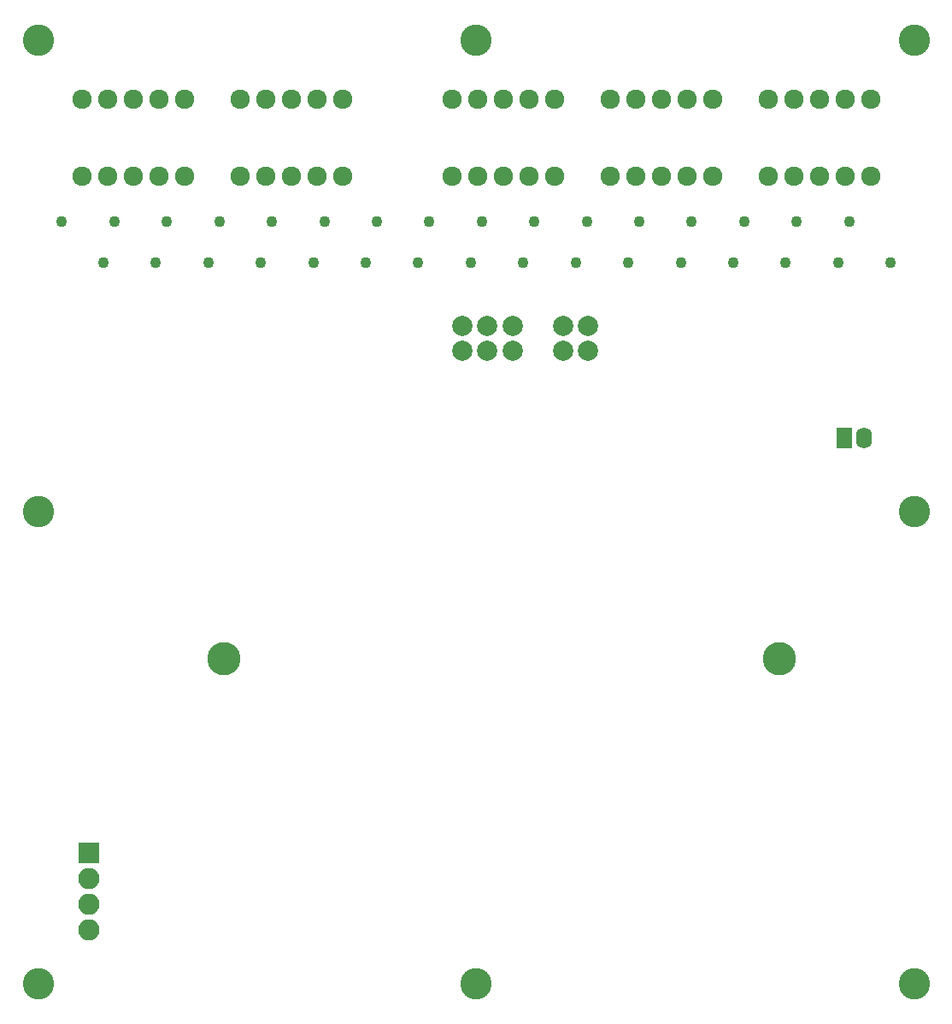
<source format=gbr>
G04 #@! TF.FileFunction,Soldermask,Bot*
%FSLAX46Y46*%
G04 Gerber Fmt 4.6, Leading zero omitted, Abs format (unit mm)*
G04 Created by KiCad (PCBNEW 4.0.7) date Friday, July 13, 2018 'AMt' 11:01:13 AM*
%MOMM*%
%LPD*%
G01*
G04 APERTURE LIST*
%ADD10C,0.100000*%
%ADD11C,3.100000*%
%ADD12C,3.300000*%
%ADD13C,1.100000*%
%ADD14C,1.924000*%
%ADD15R,2.100000X2.100000*%
%ADD16O,2.100000X2.100000*%
%ADD17C,2.000000*%
%ADD18R,1.600000X2.100000*%
%ADD19O,1.600000X2.100000*%
G04 APERTURE END LIST*
D10*
D11*
X56610000Y-100000000D03*
X56610000Y-146720000D03*
X100000000Y-146720000D03*
X143390000Y-146720000D03*
X143390000Y-100000000D03*
X143390000Y-53280000D03*
X100000000Y-53280000D03*
D12*
X75000000Y-114570000D03*
X130000000Y-114570000D03*
D13*
X121350000Y-71230000D03*
X125450000Y-75330000D03*
X100550000Y-71230000D03*
X104650000Y-75330000D03*
X79750000Y-71230000D03*
X83850000Y-75330000D03*
X58950000Y-71230000D03*
X63050000Y-75330000D03*
X126550000Y-71230000D03*
X130650000Y-75330000D03*
X105750000Y-71230000D03*
X109850000Y-75330000D03*
X84950000Y-71230000D03*
X89050000Y-75330000D03*
X64150000Y-71230000D03*
X68250000Y-75330000D03*
X131750000Y-71230000D03*
X135850000Y-75330000D03*
X110950000Y-71230000D03*
X115050000Y-75330000D03*
X90150000Y-71230000D03*
X94250000Y-75330000D03*
X69350000Y-71230000D03*
X73450000Y-75330000D03*
X136950000Y-71230000D03*
X141050000Y-75330000D03*
X116150000Y-71230000D03*
X120250000Y-75330000D03*
X95350000Y-71230000D03*
X99450000Y-75330000D03*
X74550000Y-71230000D03*
X78650000Y-75330000D03*
D14*
X60920000Y-66740000D03*
X63460000Y-66740000D03*
X66000000Y-66740000D03*
X68540000Y-66740000D03*
X71080000Y-66740000D03*
X71080000Y-59120000D03*
X68540000Y-59120000D03*
X66000000Y-59120000D03*
X63460000Y-59120000D03*
X60920000Y-59120000D03*
X76590000Y-66740000D03*
X79130000Y-66740000D03*
X81670000Y-66740000D03*
X84210000Y-66740000D03*
X86750000Y-66740000D03*
X86750000Y-59120000D03*
X84210000Y-59120000D03*
X81670000Y-59120000D03*
X79130000Y-59120000D03*
X76590000Y-59120000D03*
X97580000Y-66740000D03*
X100120000Y-66740000D03*
X102660000Y-66740000D03*
X105200000Y-66740000D03*
X107740000Y-66740000D03*
X107740000Y-59120000D03*
X105200000Y-59120000D03*
X102660000Y-59120000D03*
X100120000Y-59120000D03*
X97580000Y-59120000D03*
X113250000Y-66740000D03*
X115790000Y-66740000D03*
X118330000Y-66740000D03*
X120870000Y-66740000D03*
X123410000Y-66740000D03*
X123410000Y-59120000D03*
X120870000Y-59120000D03*
X118330000Y-59120000D03*
X115790000Y-59120000D03*
X113250000Y-59120000D03*
X128920000Y-66740000D03*
X131460000Y-66740000D03*
X134000000Y-66740000D03*
X136540000Y-66740000D03*
X139080000Y-66740000D03*
X139080000Y-59120000D03*
X136540000Y-59120000D03*
X134000000Y-59120000D03*
X131460000Y-59120000D03*
X128920000Y-59120000D03*
D15*
X61650000Y-133750000D03*
D16*
X61650000Y-136290000D03*
X61650000Y-138830000D03*
X61650000Y-141370000D03*
D17*
X98600000Y-84080000D03*
X101100000Y-84080000D03*
X103600000Y-84080000D03*
X108600000Y-84080000D03*
X111100000Y-84080000D03*
X111100000Y-81580000D03*
X108600000Y-81580000D03*
X103600000Y-81580000D03*
X101100000Y-81580000D03*
X98600000Y-81580000D03*
D18*
X136430000Y-92670000D03*
D19*
X138430000Y-92670000D03*
D11*
X56610000Y-53280000D03*
M02*

</source>
